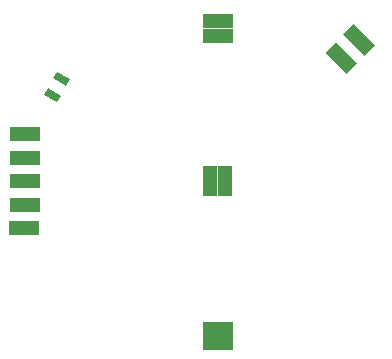
<source format=gbr>
G04 EAGLE Gerber RS-274X export*
G75*
%MOMM*%
%FSLAX34Y34*%
%LPD*%
%INSolderpaste Bottom*%
%IPPOS*%
%AMOC8*
5,1,8,0,0,1.08239X$1,22.5*%
G01*
%ADD10R,1.270000X0.635000*%
%ADD11R,2.540000X1.270000*%
%ADD12R,1.270000X2.540000*%


D10*
G36*
X371690Y490727D02*
X360693Y497076D01*
X363868Y502575D01*
X374865Y496226D01*
X371690Y490727D01*
G37*
G36*
X363690Y476870D02*
X352693Y483219D01*
X355868Y488718D01*
X366865Y482369D01*
X363690Y476870D01*
G37*
D11*
X336614Y449831D03*
D12*
G36*
X606221Y534414D02*
X615201Y543394D01*
X633161Y525434D01*
X624181Y516454D01*
X606221Y534414D01*
G37*
G36*
X591163Y518790D02*
X600143Y527770D01*
X618103Y509810D01*
X609123Y500830D01*
X591163Y518790D01*
G37*
D11*
X336500Y389900D03*
X336600Y429900D03*
X336700Y409900D03*
D12*
X493700Y410000D03*
D11*
X336200Y370200D03*
X500100Y284600D03*
D12*
X506300Y409800D03*
D11*
X499800Y533100D03*
X500100Y273100D03*
X499800Y545900D03*
M02*

</source>
